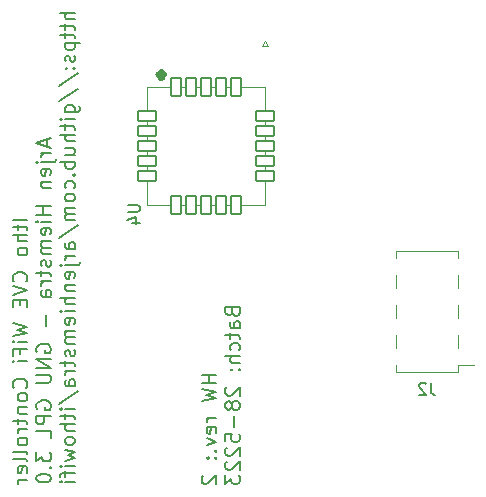
<source format=gbo>
G04 #@! TF.GenerationSoftware,KiCad,Pcbnew,7.0.9*
G04 #@! TF.CreationDate,2023-12-30T12:31:20+01:00*
G04 #@! TF.ProjectId,ithowifi_4l,6974686f-7769-4666-995f-346c2e6b6963,rev?*
G04 #@! TF.SameCoordinates,Original*
G04 #@! TF.FileFunction,Legend,Bot*
G04 #@! TF.FilePolarity,Positive*
%FSLAX46Y46*%
G04 Gerber Fmt 4.6, Leading zero omitted, Abs format (unit mm)*
G04 Created by KiCad (PCBNEW 7.0.9) date 2023-12-30 12:31:20*
%MOMM*%
%LPD*%
G01*
G04 APERTURE LIST*
G04 Aperture macros list*
%AMRoundRect*
0 Rectangle with rounded corners*
0 $1 Rounding radius*
0 $2 $3 $4 $5 $6 $7 $8 $9 X,Y pos of 4 corners*
0 Add a 4 corners polygon primitive as box body*
4,1,4,$2,$3,$4,$5,$6,$7,$8,$9,$2,$3,0*
0 Add four circle primitives for the rounded corners*
1,1,$1+$1,$2,$3*
1,1,$1+$1,$4,$5*
1,1,$1+$1,$6,$7*
1,1,$1+$1,$8,$9*
0 Add four rect primitives between the rounded corners*
20,1,$1+$1,$2,$3,$4,$5,0*
20,1,$1+$1,$4,$5,$6,$7,0*
20,1,$1+$1,$6,$7,$8,$9,0*
20,1,$1+$1,$8,$9,$2,$3,0*%
G04 Aperture macros list end*
%ADD10C,0.200000*%
%ADD11C,0.150000*%
%ADD12C,0.120000*%
%ADD13C,0.100000*%
%ADD14C,0.635000*%
%ADD15R,1.700000X1.700000*%
%ADD16O,1.700000X1.700000*%
%ADD17C,3.200000*%
%ADD18C,0.990600*%
%ADD19C,2.000000*%
%ADD20R,3.000000X1.000000*%
%ADD21R,1.500000X5.080000*%
%ADD22RoundRect,0.101600X-0.400000X0.750000X-0.400000X-0.750000X0.400000X-0.750000X0.400000X0.750000X0*%
%ADD23RoundRect,0.101600X0.400000X0.750000X-0.400000X0.750000X-0.400000X-0.750000X0.400000X-0.750000X0*%
%ADD24RoundRect,0.101600X0.750000X0.400000X-0.750000X0.400000X-0.750000X-0.400000X0.750000X-0.400000X0*%
%ADD25RoundRect,0.101600X-0.750000X-0.400000X0.750000X-0.400000X0.750000X0.400000X-0.750000X0.400000X0*%
%ADD26RoundRect,0.101600X-0.750000X0.400000X-0.750000X-0.400000X0.750000X-0.400000X0.750000X0.400000X0*%
G04 APERTURE END LIST*
D10*
X86951963Y-126225092D02*
X85705963Y-126225092D01*
X86121296Y-126640425D02*
X86121296Y-127115092D01*
X85705963Y-126818425D02*
X86773963Y-126818425D01*
X86773963Y-126818425D02*
X86892630Y-126877759D01*
X86892630Y-126877759D02*
X86951963Y-126996425D01*
X86951963Y-126996425D02*
X86951963Y-127115092D01*
X86951963Y-127530425D02*
X85705963Y-127530425D01*
X86951963Y-128064425D02*
X86299296Y-128064425D01*
X86299296Y-128064425D02*
X86180630Y-128005092D01*
X86180630Y-128005092D02*
X86121296Y-127886425D01*
X86121296Y-127886425D02*
X86121296Y-127708425D01*
X86121296Y-127708425D02*
X86180630Y-127589759D01*
X86180630Y-127589759D02*
X86239963Y-127530425D01*
X86951963Y-128835758D02*
X86892630Y-128717092D01*
X86892630Y-128717092D02*
X86833296Y-128657758D01*
X86833296Y-128657758D02*
X86714630Y-128598425D01*
X86714630Y-128598425D02*
X86358630Y-128598425D01*
X86358630Y-128598425D02*
X86239963Y-128657758D01*
X86239963Y-128657758D02*
X86180630Y-128717092D01*
X86180630Y-128717092D02*
X86121296Y-128835758D01*
X86121296Y-128835758D02*
X86121296Y-129013758D01*
X86121296Y-129013758D02*
X86180630Y-129132425D01*
X86180630Y-129132425D02*
X86239963Y-129191758D01*
X86239963Y-129191758D02*
X86358630Y-129251092D01*
X86358630Y-129251092D02*
X86714630Y-129251092D01*
X86714630Y-129251092D02*
X86833296Y-129191758D01*
X86833296Y-129191758D02*
X86892630Y-129132425D01*
X86892630Y-129132425D02*
X86951963Y-129013758D01*
X86951963Y-129013758D02*
X86951963Y-128835758D01*
X86833296Y-131446424D02*
X86892630Y-131387091D01*
X86892630Y-131387091D02*
X86951963Y-131209091D01*
X86951963Y-131209091D02*
X86951963Y-131090424D01*
X86951963Y-131090424D02*
X86892630Y-130912424D01*
X86892630Y-130912424D02*
X86773963Y-130793758D01*
X86773963Y-130793758D02*
X86655296Y-130734424D01*
X86655296Y-130734424D02*
X86417963Y-130675091D01*
X86417963Y-130675091D02*
X86239963Y-130675091D01*
X86239963Y-130675091D02*
X86002630Y-130734424D01*
X86002630Y-130734424D02*
X85883963Y-130793758D01*
X85883963Y-130793758D02*
X85765296Y-130912424D01*
X85765296Y-130912424D02*
X85705963Y-131090424D01*
X85705963Y-131090424D02*
X85705963Y-131209091D01*
X85705963Y-131209091D02*
X85765296Y-131387091D01*
X85765296Y-131387091D02*
X85824630Y-131446424D01*
X85705963Y-131802424D02*
X86951963Y-132217758D01*
X86951963Y-132217758D02*
X85705963Y-132633091D01*
X86299296Y-133048424D02*
X86299296Y-133463758D01*
X86951963Y-133641758D02*
X86951963Y-133048424D01*
X86951963Y-133048424D02*
X85705963Y-133048424D01*
X85705963Y-133048424D02*
X85705963Y-133641758D01*
X85705963Y-135006424D02*
X86951963Y-135303090D01*
X86951963Y-135303090D02*
X86061963Y-135540424D01*
X86061963Y-135540424D02*
X86951963Y-135777757D01*
X86951963Y-135777757D02*
X85705963Y-136074424D01*
X86951963Y-136549090D02*
X86121296Y-136549090D01*
X85705963Y-136549090D02*
X85765296Y-136489757D01*
X85765296Y-136489757D02*
X85824630Y-136549090D01*
X85824630Y-136549090D02*
X85765296Y-136608424D01*
X85765296Y-136608424D02*
X85705963Y-136549090D01*
X85705963Y-136549090D02*
X85824630Y-136549090D01*
X86299296Y-137557757D02*
X86299296Y-137142423D01*
X86951963Y-137142423D02*
X85705963Y-137142423D01*
X85705963Y-137142423D02*
X85705963Y-137735757D01*
X86951963Y-138210423D02*
X86121296Y-138210423D01*
X85705963Y-138210423D02*
X85765296Y-138151090D01*
X85765296Y-138151090D02*
X85824630Y-138210423D01*
X85824630Y-138210423D02*
X85765296Y-138269757D01*
X85765296Y-138269757D02*
X85705963Y-138210423D01*
X85705963Y-138210423D02*
X85824630Y-138210423D01*
X86833296Y-140465089D02*
X86892630Y-140405756D01*
X86892630Y-140405756D02*
X86951963Y-140227756D01*
X86951963Y-140227756D02*
X86951963Y-140109089D01*
X86951963Y-140109089D02*
X86892630Y-139931089D01*
X86892630Y-139931089D02*
X86773963Y-139812423D01*
X86773963Y-139812423D02*
X86655296Y-139753089D01*
X86655296Y-139753089D02*
X86417963Y-139693756D01*
X86417963Y-139693756D02*
X86239963Y-139693756D01*
X86239963Y-139693756D02*
X86002630Y-139753089D01*
X86002630Y-139753089D02*
X85883963Y-139812423D01*
X85883963Y-139812423D02*
X85765296Y-139931089D01*
X85765296Y-139931089D02*
X85705963Y-140109089D01*
X85705963Y-140109089D02*
X85705963Y-140227756D01*
X85705963Y-140227756D02*
X85765296Y-140405756D01*
X85765296Y-140405756D02*
X85824630Y-140465089D01*
X86951963Y-141177089D02*
X86892630Y-141058423D01*
X86892630Y-141058423D02*
X86833296Y-140999089D01*
X86833296Y-140999089D02*
X86714630Y-140939756D01*
X86714630Y-140939756D02*
X86358630Y-140939756D01*
X86358630Y-140939756D02*
X86239963Y-140999089D01*
X86239963Y-140999089D02*
X86180630Y-141058423D01*
X86180630Y-141058423D02*
X86121296Y-141177089D01*
X86121296Y-141177089D02*
X86121296Y-141355089D01*
X86121296Y-141355089D02*
X86180630Y-141473756D01*
X86180630Y-141473756D02*
X86239963Y-141533089D01*
X86239963Y-141533089D02*
X86358630Y-141592423D01*
X86358630Y-141592423D02*
X86714630Y-141592423D01*
X86714630Y-141592423D02*
X86833296Y-141533089D01*
X86833296Y-141533089D02*
X86892630Y-141473756D01*
X86892630Y-141473756D02*
X86951963Y-141355089D01*
X86951963Y-141355089D02*
X86951963Y-141177089D01*
X86121296Y-142126422D02*
X86951963Y-142126422D01*
X86239963Y-142126422D02*
X86180630Y-142185756D01*
X86180630Y-142185756D02*
X86121296Y-142304422D01*
X86121296Y-142304422D02*
X86121296Y-142482422D01*
X86121296Y-142482422D02*
X86180630Y-142601089D01*
X86180630Y-142601089D02*
X86299296Y-142660422D01*
X86299296Y-142660422D02*
X86951963Y-142660422D01*
X86121296Y-143075755D02*
X86121296Y-143550422D01*
X85705963Y-143253755D02*
X86773963Y-143253755D01*
X86773963Y-143253755D02*
X86892630Y-143313089D01*
X86892630Y-143313089D02*
X86951963Y-143431755D01*
X86951963Y-143431755D02*
X86951963Y-143550422D01*
X86951963Y-143965755D02*
X86121296Y-143965755D01*
X86358630Y-143965755D02*
X86239963Y-144025089D01*
X86239963Y-144025089D02*
X86180630Y-144084422D01*
X86180630Y-144084422D02*
X86121296Y-144203089D01*
X86121296Y-144203089D02*
X86121296Y-144321755D01*
X86951963Y-144915088D02*
X86892630Y-144796422D01*
X86892630Y-144796422D02*
X86833296Y-144737088D01*
X86833296Y-144737088D02*
X86714630Y-144677755D01*
X86714630Y-144677755D02*
X86358630Y-144677755D01*
X86358630Y-144677755D02*
X86239963Y-144737088D01*
X86239963Y-144737088D02*
X86180630Y-144796422D01*
X86180630Y-144796422D02*
X86121296Y-144915088D01*
X86121296Y-144915088D02*
X86121296Y-145093088D01*
X86121296Y-145093088D02*
X86180630Y-145211755D01*
X86180630Y-145211755D02*
X86239963Y-145271088D01*
X86239963Y-145271088D02*
X86358630Y-145330422D01*
X86358630Y-145330422D02*
X86714630Y-145330422D01*
X86714630Y-145330422D02*
X86833296Y-145271088D01*
X86833296Y-145271088D02*
X86892630Y-145211755D01*
X86892630Y-145211755D02*
X86951963Y-145093088D01*
X86951963Y-145093088D02*
X86951963Y-144915088D01*
X86951963Y-146042421D02*
X86892630Y-145923755D01*
X86892630Y-145923755D02*
X86773963Y-145864421D01*
X86773963Y-145864421D02*
X85705963Y-145864421D01*
X86951963Y-146695088D02*
X86892630Y-146576422D01*
X86892630Y-146576422D02*
X86773963Y-146517088D01*
X86773963Y-146517088D02*
X85705963Y-146517088D01*
X86892630Y-147644422D02*
X86951963Y-147525755D01*
X86951963Y-147525755D02*
X86951963Y-147288422D01*
X86951963Y-147288422D02*
X86892630Y-147169755D01*
X86892630Y-147169755D02*
X86773963Y-147110422D01*
X86773963Y-147110422D02*
X86299296Y-147110422D01*
X86299296Y-147110422D02*
X86180630Y-147169755D01*
X86180630Y-147169755D02*
X86121296Y-147288422D01*
X86121296Y-147288422D02*
X86121296Y-147525755D01*
X86121296Y-147525755D02*
X86180630Y-147644422D01*
X86180630Y-147644422D02*
X86299296Y-147703755D01*
X86299296Y-147703755D02*
X86417963Y-147703755D01*
X86417963Y-147703755D02*
X86536630Y-147110422D01*
X86951963Y-148237755D02*
X86121296Y-148237755D01*
X86358630Y-148237755D02*
X86239963Y-148297089D01*
X86239963Y-148297089D02*
X86180630Y-148356422D01*
X86180630Y-148356422D02*
X86121296Y-148475089D01*
X86121296Y-148475089D02*
X86121296Y-148593755D01*
X88602023Y-119461092D02*
X88602023Y-120054425D01*
X88958023Y-119342425D02*
X87712023Y-119757759D01*
X87712023Y-119757759D02*
X88958023Y-120173092D01*
X88958023Y-120588425D02*
X88127356Y-120588425D01*
X88364690Y-120588425D02*
X88246023Y-120647759D01*
X88246023Y-120647759D02*
X88186690Y-120707092D01*
X88186690Y-120707092D02*
X88127356Y-120825759D01*
X88127356Y-120825759D02*
X88127356Y-120944425D01*
X88127356Y-121359758D02*
X89195356Y-121359758D01*
X89195356Y-121359758D02*
X89314023Y-121300425D01*
X89314023Y-121300425D02*
X89373356Y-121181758D01*
X89373356Y-121181758D02*
X89373356Y-121122425D01*
X87712023Y-121359758D02*
X87771356Y-121300425D01*
X87771356Y-121300425D02*
X87830690Y-121359758D01*
X87830690Y-121359758D02*
X87771356Y-121419092D01*
X87771356Y-121419092D02*
X87712023Y-121359758D01*
X87712023Y-121359758D02*
X87830690Y-121359758D01*
X88898690Y-122427758D02*
X88958023Y-122309091D01*
X88958023Y-122309091D02*
X88958023Y-122071758D01*
X88958023Y-122071758D02*
X88898690Y-121953091D01*
X88898690Y-121953091D02*
X88780023Y-121893758D01*
X88780023Y-121893758D02*
X88305356Y-121893758D01*
X88305356Y-121893758D02*
X88186690Y-121953091D01*
X88186690Y-121953091D02*
X88127356Y-122071758D01*
X88127356Y-122071758D02*
X88127356Y-122309091D01*
X88127356Y-122309091D02*
X88186690Y-122427758D01*
X88186690Y-122427758D02*
X88305356Y-122487091D01*
X88305356Y-122487091D02*
X88424023Y-122487091D01*
X88424023Y-122487091D02*
X88542690Y-121893758D01*
X88127356Y-123021091D02*
X88958023Y-123021091D01*
X88246023Y-123021091D02*
X88186690Y-123080425D01*
X88186690Y-123080425D02*
X88127356Y-123199091D01*
X88127356Y-123199091D02*
X88127356Y-123377091D01*
X88127356Y-123377091D02*
X88186690Y-123495758D01*
X88186690Y-123495758D02*
X88305356Y-123555091D01*
X88305356Y-123555091D02*
X88958023Y-123555091D01*
X88958023Y-125097757D02*
X87712023Y-125097757D01*
X88305356Y-125097757D02*
X88305356Y-125809757D01*
X88958023Y-125809757D02*
X87712023Y-125809757D01*
X88958023Y-126403090D02*
X88127356Y-126403090D01*
X87712023Y-126403090D02*
X87771356Y-126343757D01*
X87771356Y-126343757D02*
X87830690Y-126403090D01*
X87830690Y-126403090D02*
X87771356Y-126462424D01*
X87771356Y-126462424D02*
X87712023Y-126403090D01*
X87712023Y-126403090D02*
X87830690Y-126403090D01*
X88898690Y-127471090D02*
X88958023Y-127352423D01*
X88958023Y-127352423D02*
X88958023Y-127115090D01*
X88958023Y-127115090D02*
X88898690Y-126996423D01*
X88898690Y-126996423D02*
X88780023Y-126937090D01*
X88780023Y-126937090D02*
X88305356Y-126937090D01*
X88305356Y-126937090D02*
X88186690Y-126996423D01*
X88186690Y-126996423D02*
X88127356Y-127115090D01*
X88127356Y-127115090D02*
X88127356Y-127352423D01*
X88127356Y-127352423D02*
X88186690Y-127471090D01*
X88186690Y-127471090D02*
X88305356Y-127530423D01*
X88305356Y-127530423D02*
X88424023Y-127530423D01*
X88424023Y-127530423D02*
X88542690Y-126937090D01*
X88958023Y-128064423D02*
X88127356Y-128064423D01*
X88246023Y-128064423D02*
X88186690Y-128123757D01*
X88186690Y-128123757D02*
X88127356Y-128242423D01*
X88127356Y-128242423D02*
X88127356Y-128420423D01*
X88127356Y-128420423D02*
X88186690Y-128539090D01*
X88186690Y-128539090D02*
X88305356Y-128598423D01*
X88305356Y-128598423D02*
X88958023Y-128598423D01*
X88305356Y-128598423D02*
X88186690Y-128657757D01*
X88186690Y-128657757D02*
X88127356Y-128776423D01*
X88127356Y-128776423D02*
X88127356Y-128954423D01*
X88127356Y-128954423D02*
X88186690Y-129073090D01*
X88186690Y-129073090D02*
X88305356Y-129132423D01*
X88305356Y-129132423D02*
X88958023Y-129132423D01*
X88898690Y-129666423D02*
X88958023Y-129785090D01*
X88958023Y-129785090D02*
X88958023Y-130022423D01*
X88958023Y-130022423D02*
X88898690Y-130141090D01*
X88898690Y-130141090D02*
X88780023Y-130200423D01*
X88780023Y-130200423D02*
X88720690Y-130200423D01*
X88720690Y-130200423D02*
X88602023Y-130141090D01*
X88602023Y-130141090D02*
X88542690Y-130022423D01*
X88542690Y-130022423D02*
X88542690Y-129844423D01*
X88542690Y-129844423D02*
X88483356Y-129725756D01*
X88483356Y-129725756D02*
X88364690Y-129666423D01*
X88364690Y-129666423D02*
X88305356Y-129666423D01*
X88305356Y-129666423D02*
X88186690Y-129725756D01*
X88186690Y-129725756D02*
X88127356Y-129844423D01*
X88127356Y-129844423D02*
X88127356Y-130022423D01*
X88127356Y-130022423D02*
X88186690Y-130141090D01*
X88127356Y-130556423D02*
X88127356Y-131031090D01*
X87712023Y-130734423D02*
X88780023Y-130734423D01*
X88780023Y-130734423D02*
X88898690Y-130793757D01*
X88898690Y-130793757D02*
X88958023Y-130912423D01*
X88958023Y-130912423D02*
X88958023Y-131031090D01*
X88958023Y-131446423D02*
X88127356Y-131446423D01*
X88364690Y-131446423D02*
X88246023Y-131505757D01*
X88246023Y-131505757D02*
X88186690Y-131565090D01*
X88186690Y-131565090D02*
X88127356Y-131683757D01*
X88127356Y-131683757D02*
X88127356Y-131802423D01*
X88958023Y-132751756D02*
X88305356Y-132751756D01*
X88305356Y-132751756D02*
X88186690Y-132692423D01*
X88186690Y-132692423D02*
X88127356Y-132573756D01*
X88127356Y-132573756D02*
X88127356Y-132336423D01*
X88127356Y-132336423D02*
X88186690Y-132217756D01*
X88898690Y-132751756D02*
X88958023Y-132633090D01*
X88958023Y-132633090D02*
X88958023Y-132336423D01*
X88958023Y-132336423D02*
X88898690Y-132217756D01*
X88898690Y-132217756D02*
X88780023Y-132158423D01*
X88780023Y-132158423D02*
X88661356Y-132158423D01*
X88661356Y-132158423D02*
X88542690Y-132217756D01*
X88542690Y-132217756D02*
X88483356Y-132336423D01*
X88483356Y-132336423D02*
X88483356Y-132633090D01*
X88483356Y-132633090D02*
X88424023Y-132751756D01*
X88483356Y-134294422D02*
X88483356Y-135243756D01*
X87771356Y-137439089D02*
X87712023Y-137320422D01*
X87712023Y-137320422D02*
X87712023Y-137142422D01*
X87712023Y-137142422D02*
X87771356Y-136964422D01*
X87771356Y-136964422D02*
X87890023Y-136845756D01*
X87890023Y-136845756D02*
X88008690Y-136786422D01*
X88008690Y-136786422D02*
X88246023Y-136727089D01*
X88246023Y-136727089D02*
X88424023Y-136727089D01*
X88424023Y-136727089D02*
X88661356Y-136786422D01*
X88661356Y-136786422D02*
X88780023Y-136845756D01*
X88780023Y-136845756D02*
X88898690Y-136964422D01*
X88898690Y-136964422D02*
X88958023Y-137142422D01*
X88958023Y-137142422D02*
X88958023Y-137261089D01*
X88958023Y-137261089D02*
X88898690Y-137439089D01*
X88898690Y-137439089D02*
X88839356Y-137498422D01*
X88839356Y-137498422D02*
X88424023Y-137498422D01*
X88424023Y-137498422D02*
X88424023Y-137261089D01*
X88958023Y-138032422D02*
X87712023Y-138032422D01*
X87712023Y-138032422D02*
X88958023Y-138744422D01*
X88958023Y-138744422D02*
X87712023Y-138744422D01*
X87712023Y-139337755D02*
X88720690Y-139337755D01*
X88720690Y-139337755D02*
X88839356Y-139397089D01*
X88839356Y-139397089D02*
X88898690Y-139456422D01*
X88898690Y-139456422D02*
X88958023Y-139575089D01*
X88958023Y-139575089D02*
X88958023Y-139812422D01*
X88958023Y-139812422D02*
X88898690Y-139931089D01*
X88898690Y-139931089D02*
X88839356Y-139990422D01*
X88839356Y-139990422D02*
X88720690Y-140049755D01*
X88720690Y-140049755D02*
X87712023Y-140049755D01*
X87771356Y-142245088D02*
X87712023Y-142126421D01*
X87712023Y-142126421D02*
X87712023Y-141948421D01*
X87712023Y-141948421D02*
X87771356Y-141770421D01*
X87771356Y-141770421D02*
X87890023Y-141651755D01*
X87890023Y-141651755D02*
X88008690Y-141592421D01*
X88008690Y-141592421D02*
X88246023Y-141533088D01*
X88246023Y-141533088D02*
X88424023Y-141533088D01*
X88424023Y-141533088D02*
X88661356Y-141592421D01*
X88661356Y-141592421D02*
X88780023Y-141651755D01*
X88780023Y-141651755D02*
X88898690Y-141770421D01*
X88898690Y-141770421D02*
X88958023Y-141948421D01*
X88958023Y-141948421D02*
X88958023Y-142067088D01*
X88958023Y-142067088D02*
X88898690Y-142245088D01*
X88898690Y-142245088D02*
X88839356Y-142304421D01*
X88839356Y-142304421D02*
X88424023Y-142304421D01*
X88424023Y-142304421D02*
X88424023Y-142067088D01*
X88958023Y-142838421D02*
X87712023Y-142838421D01*
X87712023Y-142838421D02*
X87712023Y-143313088D01*
X87712023Y-143313088D02*
X87771356Y-143431755D01*
X87771356Y-143431755D02*
X87830690Y-143491088D01*
X87830690Y-143491088D02*
X87949356Y-143550421D01*
X87949356Y-143550421D02*
X88127356Y-143550421D01*
X88127356Y-143550421D02*
X88246023Y-143491088D01*
X88246023Y-143491088D02*
X88305356Y-143431755D01*
X88305356Y-143431755D02*
X88364690Y-143313088D01*
X88364690Y-143313088D02*
X88364690Y-142838421D01*
X88958023Y-144677755D02*
X88958023Y-144084421D01*
X88958023Y-144084421D02*
X87712023Y-144084421D01*
X87712023Y-145923755D02*
X87712023Y-146695088D01*
X87712023Y-146695088D02*
X88186690Y-146279755D01*
X88186690Y-146279755D02*
X88186690Y-146457755D01*
X88186690Y-146457755D02*
X88246023Y-146576421D01*
X88246023Y-146576421D02*
X88305356Y-146635755D01*
X88305356Y-146635755D02*
X88424023Y-146695088D01*
X88424023Y-146695088D02*
X88720690Y-146695088D01*
X88720690Y-146695088D02*
X88839356Y-146635755D01*
X88839356Y-146635755D02*
X88898690Y-146576421D01*
X88898690Y-146576421D02*
X88958023Y-146457755D01*
X88958023Y-146457755D02*
X88958023Y-146101755D01*
X88958023Y-146101755D02*
X88898690Y-145983088D01*
X88898690Y-145983088D02*
X88839356Y-145923755D01*
X88839356Y-147229088D02*
X88898690Y-147288422D01*
X88898690Y-147288422D02*
X88958023Y-147229088D01*
X88958023Y-147229088D02*
X88898690Y-147169755D01*
X88898690Y-147169755D02*
X88839356Y-147229088D01*
X88839356Y-147229088D02*
X88958023Y-147229088D01*
X87712023Y-148059755D02*
X87712023Y-148178421D01*
X87712023Y-148178421D02*
X87771356Y-148297088D01*
X87771356Y-148297088D02*
X87830690Y-148356421D01*
X87830690Y-148356421D02*
X87949356Y-148415755D01*
X87949356Y-148415755D02*
X88186690Y-148475088D01*
X88186690Y-148475088D02*
X88483356Y-148475088D01*
X88483356Y-148475088D02*
X88720690Y-148415755D01*
X88720690Y-148415755D02*
X88839356Y-148356421D01*
X88839356Y-148356421D02*
X88898690Y-148297088D01*
X88898690Y-148297088D02*
X88958023Y-148178421D01*
X88958023Y-148178421D02*
X88958023Y-148059755D01*
X88958023Y-148059755D02*
X88898690Y-147941088D01*
X88898690Y-147941088D02*
X88839356Y-147881755D01*
X88839356Y-147881755D02*
X88720690Y-147822421D01*
X88720690Y-147822421D02*
X88483356Y-147763088D01*
X88483356Y-147763088D02*
X88186690Y-147763088D01*
X88186690Y-147763088D02*
X87949356Y-147822421D01*
X87949356Y-147822421D02*
X87830690Y-147881755D01*
X87830690Y-147881755D02*
X87771356Y-147941088D01*
X87771356Y-147941088D02*
X87712023Y-148059755D01*
X90964083Y-108721764D02*
X89718083Y-108721764D01*
X90964083Y-109255764D02*
X90311416Y-109255764D01*
X90311416Y-109255764D02*
X90192750Y-109196431D01*
X90192750Y-109196431D02*
X90133416Y-109077764D01*
X90133416Y-109077764D02*
X90133416Y-108899764D01*
X90133416Y-108899764D02*
X90192750Y-108781098D01*
X90192750Y-108781098D02*
X90252083Y-108721764D01*
X90133416Y-109671097D02*
X90133416Y-110145764D01*
X89718083Y-109849097D02*
X90786083Y-109849097D01*
X90786083Y-109849097D02*
X90904750Y-109908431D01*
X90904750Y-109908431D02*
X90964083Y-110027097D01*
X90964083Y-110027097D02*
X90964083Y-110145764D01*
X90133416Y-110383097D02*
X90133416Y-110857764D01*
X89718083Y-110561097D02*
X90786083Y-110561097D01*
X90786083Y-110561097D02*
X90904750Y-110620431D01*
X90904750Y-110620431D02*
X90964083Y-110739097D01*
X90964083Y-110739097D02*
X90964083Y-110857764D01*
X90133416Y-111273097D02*
X91379416Y-111273097D01*
X90192750Y-111273097D02*
X90133416Y-111391764D01*
X90133416Y-111391764D02*
X90133416Y-111629097D01*
X90133416Y-111629097D02*
X90192750Y-111747764D01*
X90192750Y-111747764D02*
X90252083Y-111807097D01*
X90252083Y-111807097D02*
X90370750Y-111866431D01*
X90370750Y-111866431D02*
X90726750Y-111866431D01*
X90726750Y-111866431D02*
X90845416Y-111807097D01*
X90845416Y-111807097D02*
X90904750Y-111747764D01*
X90904750Y-111747764D02*
X90964083Y-111629097D01*
X90964083Y-111629097D02*
X90964083Y-111391764D01*
X90964083Y-111391764D02*
X90904750Y-111273097D01*
X90904750Y-112341097D02*
X90964083Y-112459764D01*
X90964083Y-112459764D02*
X90964083Y-112697097D01*
X90964083Y-112697097D02*
X90904750Y-112815764D01*
X90904750Y-112815764D02*
X90786083Y-112875097D01*
X90786083Y-112875097D02*
X90726750Y-112875097D01*
X90726750Y-112875097D02*
X90608083Y-112815764D01*
X90608083Y-112815764D02*
X90548750Y-112697097D01*
X90548750Y-112697097D02*
X90548750Y-112519097D01*
X90548750Y-112519097D02*
X90489416Y-112400430D01*
X90489416Y-112400430D02*
X90370750Y-112341097D01*
X90370750Y-112341097D02*
X90311416Y-112341097D01*
X90311416Y-112341097D02*
X90192750Y-112400430D01*
X90192750Y-112400430D02*
X90133416Y-112519097D01*
X90133416Y-112519097D02*
X90133416Y-112697097D01*
X90133416Y-112697097D02*
X90192750Y-112815764D01*
X90845416Y-113409097D02*
X90904750Y-113468431D01*
X90904750Y-113468431D02*
X90964083Y-113409097D01*
X90964083Y-113409097D02*
X90904750Y-113349764D01*
X90904750Y-113349764D02*
X90845416Y-113409097D01*
X90845416Y-113409097D02*
X90964083Y-113409097D01*
X90192750Y-113409097D02*
X90252083Y-113468431D01*
X90252083Y-113468431D02*
X90311416Y-113409097D01*
X90311416Y-113409097D02*
X90252083Y-113349764D01*
X90252083Y-113349764D02*
X90192750Y-113409097D01*
X90192750Y-113409097D02*
X90311416Y-113409097D01*
X89658750Y-114892430D02*
X91260750Y-113824430D01*
X89658750Y-116197763D02*
X91260750Y-115129763D01*
X90133416Y-117147096D02*
X91142083Y-117147096D01*
X91142083Y-117147096D02*
X91260750Y-117087763D01*
X91260750Y-117087763D02*
X91320083Y-117028430D01*
X91320083Y-117028430D02*
X91379416Y-116909763D01*
X91379416Y-116909763D02*
X91379416Y-116731763D01*
X91379416Y-116731763D02*
X91320083Y-116613096D01*
X90904750Y-117147096D02*
X90964083Y-117028430D01*
X90964083Y-117028430D02*
X90964083Y-116791096D01*
X90964083Y-116791096D02*
X90904750Y-116672430D01*
X90904750Y-116672430D02*
X90845416Y-116613096D01*
X90845416Y-116613096D02*
X90726750Y-116553763D01*
X90726750Y-116553763D02*
X90370750Y-116553763D01*
X90370750Y-116553763D02*
X90252083Y-116613096D01*
X90252083Y-116613096D02*
X90192750Y-116672430D01*
X90192750Y-116672430D02*
X90133416Y-116791096D01*
X90133416Y-116791096D02*
X90133416Y-117028430D01*
X90133416Y-117028430D02*
X90192750Y-117147096D01*
X90964083Y-117740429D02*
X90133416Y-117740429D01*
X89718083Y-117740429D02*
X89777416Y-117681096D01*
X89777416Y-117681096D02*
X89836750Y-117740429D01*
X89836750Y-117740429D02*
X89777416Y-117799763D01*
X89777416Y-117799763D02*
X89718083Y-117740429D01*
X89718083Y-117740429D02*
X89836750Y-117740429D01*
X90133416Y-118155762D02*
X90133416Y-118630429D01*
X89718083Y-118333762D02*
X90786083Y-118333762D01*
X90786083Y-118333762D02*
X90904750Y-118393096D01*
X90904750Y-118393096D02*
X90964083Y-118511762D01*
X90964083Y-118511762D02*
X90964083Y-118630429D01*
X90964083Y-119045762D02*
X89718083Y-119045762D01*
X90964083Y-119579762D02*
X90311416Y-119579762D01*
X90311416Y-119579762D02*
X90192750Y-119520429D01*
X90192750Y-119520429D02*
X90133416Y-119401762D01*
X90133416Y-119401762D02*
X90133416Y-119223762D01*
X90133416Y-119223762D02*
X90192750Y-119105096D01*
X90192750Y-119105096D02*
X90252083Y-119045762D01*
X90133416Y-120707095D02*
X90964083Y-120707095D01*
X90133416Y-120173095D02*
X90786083Y-120173095D01*
X90786083Y-120173095D02*
X90904750Y-120232429D01*
X90904750Y-120232429D02*
X90964083Y-120351095D01*
X90964083Y-120351095D02*
X90964083Y-120529095D01*
X90964083Y-120529095D02*
X90904750Y-120647762D01*
X90904750Y-120647762D02*
X90845416Y-120707095D01*
X90964083Y-121300428D02*
X89718083Y-121300428D01*
X90192750Y-121300428D02*
X90133416Y-121419095D01*
X90133416Y-121419095D02*
X90133416Y-121656428D01*
X90133416Y-121656428D02*
X90192750Y-121775095D01*
X90192750Y-121775095D02*
X90252083Y-121834428D01*
X90252083Y-121834428D02*
X90370750Y-121893762D01*
X90370750Y-121893762D02*
X90726750Y-121893762D01*
X90726750Y-121893762D02*
X90845416Y-121834428D01*
X90845416Y-121834428D02*
X90904750Y-121775095D01*
X90904750Y-121775095D02*
X90964083Y-121656428D01*
X90964083Y-121656428D02*
X90964083Y-121419095D01*
X90964083Y-121419095D02*
X90904750Y-121300428D01*
X90845416Y-122427761D02*
X90904750Y-122487095D01*
X90904750Y-122487095D02*
X90964083Y-122427761D01*
X90964083Y-122427761D02*
X90904750Y-122368428D01*
X90904750Y-122368428D02*
X90845416Y-122427761D01*
X90845416Y-122427761D02*
X90964083Y-122427761D01*
X90904750Y-123555094D02*
X90964083Y-123436428D01*
X90964083Y-123436428D02*
X90964083Y-123199094D01*
X90964083Y-123199094D02*
X90904750Y-123080428D01*
X90904750Y-123080428D02*
X90845416Y-123021094D01*
X90845416Y-123021094D02*
X90726750Y-122961761D01*
X90726750Y-122961761D02*
X90370750Y-122961761D01*
X90370750Y-122961761D02*
X90252083Y-123021094D01*
X90252083Y-123021094D02*
X90192750Y-123080428D01*
X90192750Y-123080428D02*
X90133416Y-123199094D01*
X90133416Y-123199094D02*
X90133416Y-123436428D01*
X90133416Y-123436428D02*
X90192750Y-123555094D01*
X90964083Y-124267094D02*
X90904750Y-124148428D01*
X90904750Y-124148428D02*
X90845416Y-124089094D01*
X90845416Y-124089094D02*
X90726750Y-124029761D01*
X90726750Y-124029761D02*
X90370750Y-124029761D01*
X90370750Y-124029761D02*
X90252083Y-124089094D01*
X90252083Y-124089094D02*
X90192750Y-124148428D01*
X90192750Y-124148428D02*
X90133416Y-124267094D01*
X90133416Y-124267094D02*
X90133416Y-124445094D01*
X90133416Y-124445094D02*
X90192750Y-124563761D01*
X90192750Y-124563761D02*
X90252083Y-124623094D01*
X90252083Y-124623094D02*
X90370750Y-124682428D01*
X90370750Y-124682428D02*
X90726750Y-124682428D01*
X90726750Y-124682428D02*
X90845416Y-124623094D01*
X90845416Y-124623094D02*
X90904750Y-124563761D01*
X90904750Y-124563761D02*
X90964083Y-124445094D01*
X90964083Y-124445094D02*
X90964083Y-124267094D01*
X90964083Y-125216427D02*
X90133416Y-125216427D01*
X90252083Y-125216427D02*
X90192750Y-125275761D01*
X90192750Y-125275761D02*
X90133416Y-125394427D01*
X90133416Y-125394427D02*
X90133416Y-125572427D01*
X90133416Y-125572427D02*
X90192750Y-125691094D01*
X90192750Y-125691094D02*
X90311416Y-125750427D01*
X90311416Y-125750427D02*
X90964083Y-125750427D01*
X90311416Y-125750427D02*
X90192750Y-125809761D01*
X90192750Y-125809761D02*
X90133416Y-125928427D01*
X90133416Y-125928427D02*
X90133416Y-126106427D01*
X90133416Y-126106427D02*
X90192750Y-126225094D01*
X90192750Y-126225094D02*
X90311416Y-126284427D01*
X90311416Y-126284427D02*
X90964083Y-126284427D01*
X89658750Y-127767760D02*
X91260750Y-126699760D01*
X90964083Y-128717093D02*
X90311416Y-128717093D01*
X90311416Y-128717093D02*
X90192750Y-128657760D01*
X90192750Y-128657760D02*
X90133416Y-128539093D01*
X90133416Y-128539093D02*
X90133416Y-128301760D01*
X90133416Y-128301760D02*
X90192750Y-128183093D01*
X90904750Y-128717093D02*
X90964083Y-128598427D01*
X90964083Y-128598427D02*
X90964083Y-128301760D01*
X90964083Y-128301760D02*
X90904750Y-128183093D01*
X90904750Y-128183093D02*
X90786083Y-128123760D01*
X90786083Y-128123760D02*
X90667416Y-128123760D01*
X90667416Y-128123760D02*
X90548750Y-128183093D01*
X90548750Y-128183093D02*
X90489416Y-128301760D01*
X90489416Y-128301760D02*
X90489416Y-128598427D01*
X90489416Y-128598427D02*
X90430083Y-128717093D01*
X90964083Y-129310426D02*
X90133416Y-129310426D01*
X90370750Y-129310426D02*
X90252083Y-129369760D01*
X90252083Y-129369760D02*
X90192750Y-129429093D01*
X90192750Y-129429093D02*
X90133416Y-129547760D01*
X90133416Y-129547760D02*
X90133416Y-129666426D01*
X90133416Y-130081759D02*
X91201416Y-130081759D01*
X91201416Y-130081759D02*
X91320083Y-130022426D01*
X91320083Y-130022426D02*
X91379416Y-129903759D01*
X91379416Y-129903759D02*
X91379416Y-129844426D01*
X89718083Y-130081759D02*
X89777416Y-130022426D01*
X89777416Y-130022426D02*
X89836750Y-130081759D01*
X89836750Y-130081759D02*
X89777416Y-130141093D01*
X89777416Y-130141093D02*
X89718083Y-130081759D01*
X89718083Y-130081759D02*
X89836750Y-130081759D01*
X90904750Y-131149759D02*
X90964083Y-131031092D01*
X90964083Y-131031092D02*
X90964083Y-130793759D01*
X90964083Y-130793759D02*
X90904750Y-130675092D01*
X90904750Y-130675092D02*
X90786083Y-130615759D01*
X90786083Y-130615759D02*
X90311416Y-130615759D01*
X90311416Y-130615759D02*
X90192750Y-130675092D01*
X90192750Y-130675092D02*
X90133416Y-130793759D01*
X90133416Y-130793759D02*
X90133416Y-131031092D01*
X90133416Y-131031092D02*
X90192750Y-131149759D01*
X90192750Y-131149759D02*
X90311416Y-131209092D01*
X90311416Y-131209092D02*
X90430083Y-131209092D01*
X90430083Y-131209092D02*
X90548750Y-130615759D01*
X90133416Y-131743092D02*
X90964083Y-131743092D01*
X90252083Y-131743092D02*
X90192750Y-131802426D01*
X90192750Y-131802426D02*
X90133416Y-131921092D01*
X90133416Y-131921092D02*
X90133416Y-132099092D01*
X90133416Y-132099092D02*
X90192750Y-132217759D01*
X90192750Y-132217759D02*
X90311416Y-132277092D01*
X90311416Y-132277092D02*
X90964083Y-132277092D01*
X90964083Y-132870425D02*
X89718083Y-132870425D01*
X90964083Y-133404425D02*
X90311416Y-133404425D01*
X90311416Y-133404425D02*
X90192750Y-133345092D01*
X90192750Y-133345092D02*
X90133416Y-133226425D01*
X90133416Y-133226425D02*
X90133416Y-133048425D01*
X90133416Y-133048425D02*
X90192750Y-132929759D01*
X90192750Y-132929759D02*
X90252083Y-132870425D01*
X90964083Y-133997758D02*
X90133416Y-133997758D01*
X89718083Y-133997758D02*
X89777416Y-133938425D01*
X89777416Y-133938425D02*
X89836750Y-133997758D01*
X89836750Y-133997758D02*
X89777416Y-134057092D01*
X89777416Y-134057092D02*
X89718083Y-133997758D01*
X89718083Y-133997758D02*
X89836750Y-133997758D01*
X90904750Y-135065758D02*
X90964083Y-134947091D01*
X90964083Y-134947091D02*
X90964083Y-134709758D01*
X90964083Y-134709758D02*
X90904750Y-134591091D01*
X90904750Y-134591091D02*
X90786083Y-134531758D01*
X90786083Y-134531758D02*
X90311416Y-134531758D01*
X90311416Y-134531758D02*
X90192750Y-134591091D01*
X90192750Y-134591091D02*
X90133416Y-134709758D01*
X90133416Y-134709758D02*
X90133416Y-134947091D01*
X90133416Y-134947091D02*
X90192750Y-135065758D01*
X90192750Y-135065758D02*
X90311416Y-135125091D01*
X90311416Y-135125091D02*
X90430083Y-135125091D01*
X90430083Y-135125091D02*
X90548750Y-134531758D01*
X90964083Y-135659091D02*
X90133416Y-135659091D01*
X90252083Y-135659091D02*
X90192750Y-135718425D01*
X90192750Y-135718425D02*
X90133416Y-135837091D01*
X90133416Y-135837091D02*
X90133416Y-136015091D01*
X90133416Y-136015091D02*
X90192750Y-136133758D01*
X90192750Y-136133758D02*
X90311416Y-136193091D01*
X90311416Y-136193091D02*
X90964083Y-136193091D01*
X90311416Y-136193091D02*
X90192750Y-136252425D01*
X90192750Y-136252425D02*
X90133416Y-136371091D01*
X90133416Y-136371091D02*
X90133416Y-136549091D01*
X90133416Y-136549091D02*
X90192750Y-136667758D01*
X90192750Y-136667758D02*
X90311416Y-136727091D01*
X90311416Y-136727091D02*
X90964083Y-136727091D01*
X90904750Y-137261091D02*
X90964083Y-137379758D01*
X90964083Y-137379758D02*
X90964083Y-137617091D01*
X90964083Y-137617091D02*
X90904750Y-137735758D01*
X90904750Y-137735758D02*
X90786083Y-137795091D01*
X90786083Y-137795091D02*
X90726750Y-137795091D01*
X90726750Y-137795091D02*
X90608083Y-137735758D01*
X90608083Y-137735758D02*
X90548750Y-137617091D01*
X90548750Y-137617091D02*
X90548750Y-137439091D01*
X90548750Y-137439091D02*
X90489416Y-137320424D01*
X90489416Y-137320424D02*
X90370750Y-137261091D01*
X90370750Y-137261091D02*
X90311416Y-137261091D01*
X90311416Y-137261091D02*
X90192750Y-137320424D01*
X90192750Y-137320424D02*
X90133416Y-137439091D01*
X90133416Y-137439091D02*
X90133416Y-137617091D01*
X90133416Y-137617091D02*
X90192750Y-137735758D01*
X90133416Y-138151091D02*
X90133416Y-138625758D01*
X89718083Y-138329091D02*
X90786083Y-138329091D01*
X90786083Y-138329091D02*
X90904750Y-138388425D01*
X90904750Y-138388425D02*
X90964083Y-138507091D01*
X90964083Y-138507091D02*
X90964083Y-138625758D01*
X90964083Y-139041091D02*
X90133416Y-139041091D01*
X90370750Y-139041091D02*
X90252083Y-139100425D01*
X90252083Y-139100425D02*
X90192750Y-139159758D01*
X90192750Y-139159758D02*
X90133416Y-139278425D01*
X90133416Y-139278425D02*
X90133416Y-139397091D01*
X90964083Y-140346424D02*
X90311416Y-140346424D01*
X90311416Y-140346424D02*
X90192750Y-140287091D01*
X90192750Y-140287091D02*
X90133416Y-140168424D01*
X90133416Y-140168424D02*
X90133416Y-139931091D01*
X90133416Y-139931091D02*
X90192750Y-139812424D01*
X90904750Y-140346424D02*
X90964083Y-140227758D01*
X90964083Y-140227758D02*
X90964083Y-139931091D01*
X90964083Y-139931091D02*
X90904750Y-139812424D01*
X90904750Y-139812424D02*
X90786083Y-139753091D01*
X90786083Y-139753091D02*
X90667416Y-139753091D01*
X90667416Y-139753091D02*
X90548750Y-139812424D01*
X90548750Y-139812424D02*
X90489416Y-139931091D01*
X90489416Y-139931091D02*
X90489416Y-140227758D01*
X90489416Y-140227758D02*
X90430083Y-140346424D01*
X89658750Y-141829757D02*
X91260750Y-140761757D01*
X90964083Y-142245090D02*
X90133416Y-142245090D01*
X89718083Y-142245090D02*
X89777416Y-142185757D01*
X89777416Y-142185757D02*
X89836750Y-142245090D01*
X89836750Y-142245090D02*
X89777416Y-142304424D01*
X89777416Y-142304424D02*
X89718083Y-142245090D01*
X89718083Y-142245090D02*
X89836750Y-142245090D01*
X90133416Y-142660423D02*
X90133416Y-143135090D01*
X89718083Y-142838423D02*
X90786083Y-142838423D01*
X90786083Y-142838423D02*
X90904750Y-142897757D01*
X90904750Y-142897757D02*
X90964083Y-143016423D01*
X90964083Y-143016423D02*
X90964083Y-143135090D01*
X90964083Y-143550423D02*
X89718083Y-143550423D01*
X90964083Y-144084423D02*
X90311416Y-144084423D01*
X90311416Y-144084423D02*
X90192750Y-144025090D01*
X90192750Y-144025090D02*
X90133416Y-143906423D01*
X90133416Y-143906423D02*
X90133416Y-143728423D01*
X90133416Y-143728423D02*
X90192750Y-143609757D01*
X90192750Y-143609757D02*
X90252083Y-143550423D01*
X90964083Y-144855756D02*
X90904750Y-144737090D01*
X90904750Y-144737090D02*
X90845416Y-144677756D01*
X90845416Y-144677756D02*
X90726750Y-144618423D01*
X90726750Y-144618423D02*
X90370750Y-144618423D01*
X90370750Y-144618423D02*
X90252083Y-144677756D01*
X90252083Y-144677756D02*
X90192750Y-144737090D01*
X90192750Y-144737090D02*
X90133416Y-144855756D01*
X90133416Y-144855756D02*
X90133416Y-145033756D01*
X90133416Y-145033756D02*
X90192750Y-145152423D01*
X90192750Y-145152423D02*
X90252083Y-145211756D01*
X90252083Y-145211756D02*
X90370750Y-145271090D01*
X90370750Y-145271090D02*
X90726750Y-145271090D01*
X90726750Y-145271090D02*
X90845416Y-145211756D01*
X90845416Y-145211756D02*
X90904750Y-145152423D01*
X90904750Y-145152423D02*
X90964083Y-145033756D01*
X90964083Y-145033756D02*
X90964083Y-144855756D01*
X90133416Y-145686423D02*
X90964083Y-145923756D01*
X90964083Y-145923756D02*
X90370750Y-146161089D01*
X90370750Y-146161089D02*
X90964083Y-146398423D01*
X90964083Y-146398423D02*
X90133416Y-146635756D01*
X90964083Y-147110422D02*
X90133416Y-147110422D01*
X89718083Y-147110422D02*
X89777416Y-147051089D01*
X89777416Y-147051089D02*
X89836750Y-147110422D01*
X89836750Y-147110422D02*
X89777416Y-147169756D01*
X89777416Y-147169756D02*
X89718083Y-147110422D01*
X89718083Y-147110422D02*
X89836750Y-147110422D01*
X90133416Y-147525755D02*
X90133416Y-148000422D01*
X90964083Y-147703755D02*
X89896083Y-147703755D01*
X89896083Y-147703755D02*
X89777416Y-147763089D01*
X89777416Y-147763089D02*
X89718083Y-147881755D01*
X89718083Y-147881755D02*
X89718083Y-148000422D01*
X90964083Y-148415755D02*
X90133416Y-148415755D01*
X89718083Y-148415755D02*
X89777416Y-148356422D01*
X89777416Y-148356422D02*
X89836750Y-148415755D01*
X89836750Y-148415755D02*
X89777416Y-148475089D01*
X89777416Y-148475089D02*
X89718083Y-148415755D01*
X89718083Y-148415755D02*
X89836750Y-148415755D01*
X102940993Y-139346090D02*
X101694993Y-139346090D01*
X102288326Y-139346090D02*
X102288326Y-140058090D01*
X102940993Y-140058090D02*
X101694993Y-140058090D01*
X101694993Y-140532757D02*
X102940993Y-140829423D01*
X102940993Y-140829423D02*
X102050993Y-141066757D01*
X102050993Y-141066757D02*
X102940993Y-141304090D01*
X102940993Y-141304090D02*
X101694993Y-141600757D01*
X102940993Y-143024756D02*
X102110326Y-143024756D01*
X102347660Y-143024756D02*
X102228993Y-143084090D01*
X102228993Y-143084090D02*
X102169660Y-143143423D01*
X102169660Y-143143423D02*
X102110326Y-143262090D01*
X102110326Y-143262090D02*
X102110326Y-143380756D01*
X102881660Y-144270756D02*
X102940993Y-144152089D01*
X102940993Y-144152089D02*
X102940993Y-143914756D01*
X102940993Y-143914756D02*
X102881660Y-143796089D01*
X102881660Y-143796089D02*
X102762993Y-143736756D01*
X102762993Y-143736756D02*
X102288326Y-143736756D01*
X102288326Y-143736756D02*
X102169660Y-143796089D01*
X102169660Y-143796089D02*
X102110326Y-143914756D01*
X102110326Y-143914756D02*
X102110326Y-144152089D01*
X102110326Y-144152089D02*
X102169660Y-144270756D01*
X102169660Y-144270756D02*
X102288326Y-144330089D01*
X102288326Y-144330089D02*
X102406993Y-144330089D01*
X102406993Y-144330089D02*
X102525660Y-143736756D01*
X102110326Y-144745423D02*
X102940993Y-145042089D01*
X102940993Y-145042089D02*
X102110326Y-145338756D01*
X102822326Y-145813422D02*
X102881660Y-145872756D01*
X102881660Y-145872756D02*
X102940993Y-145813422D01*
X102940993Y-145813422D02*
X102881660Y-145754089D01*
X102881660Y-145754089D02*
X102822326Y-145813422D01*
X102822326Y-145813422D02*
X102940993Y-145813422D01*
X102822326Y-146406755D02*
X102881660Y-146466089D01*
X102881660Y-146466089D02*
X102940993Y-146406755D01*
X102940993Y-146406755D02*
X102881660Y-146347422D01*
X102881660Y-146347422D02*
X102822326Y-146406755D01*
X102822326Y-146406755D02*
X102940993Y-146406755D01*
X102169660Y-146406755D02*
X102228993Y-146466089D01*
X102228993Y-146466089D02*
X102288326Y-146406755D01*
X102288326Y-146406755D02*
X102228993Y-146347422D01*
X102228993Y-146347422D02*
X102169660Y-146406755D01*
X102169660Y-146406755D02*
X102288326Y-146406755D01*
X101813660Y-147890088D02*
X101754326Y-147949421D01*
X101754326Y-147949421D02*
X101694993Y-148068088D01*
X101694993Y-148068088D02*
X101694993Y-148364755D01*
X101694993Y-148364755D02*
X101754326Y-148483421D01*
X101754326Y-148483421D02*
X101813660Y-148542755D01*
X101813660Y-148542755D02*
X101932326Y-148602088D01*
X101932326Y-148602088D02*
X102050993Y-148602088D01*
X102050993Y-148602088D02*
X102228993Y-148542755D01*
X102228993Y-148542755D02*
X102940993Y-147830755D01*
X102940993Y-147830755D02*
X102940993Y-148602088D01*
X104294386Y-134065421D02*
X104353720Y-134243421D01*
X104353720Y-134243421D02*
X104413053Y-134302754D01*
X104413053Y-134302754D02*
X104531720Y-134362087D01*
X104531720Y-134362087D02*
X104709720Y-134362087D01*
X104709720Y-134362087D02*
X104828386Y-134302754D01*
X104828386Y-134302754D02*
X104887720Y-134243421D01*
X104887720Y-134243421D02*
X104947053Y-134124754D01*
X104947053Y-134124754D02*
X104947053Y-133650087D01*
X104947053Y-133650087D02*
X103701053Y-133650087D01*
X103701053Y-133650087D02*
X103701053Y-134065421D01*
X103701053Y-134065421D02*
X103760386Y-134184087D01*
X103760386Y-134184087D02*
X103819720Y-134243421D01*
X103819720Y-134243421D02*
X103938386Y-134302754D01*
X103938386Y-134302754D02*
X104057053Y-134302754D01*
X104057053Y-134302754D02*
X104175720Y-134243421D01*
X104175720Y-134243421D02*
X104235053Y-134184087D01*
X104235053Y-134184087D02*
X104294386Y-134065421D01*
X104294386Y-134065421D02*
X104294386Y-133650087D01*
X104947053Y-135430087D02*
X104294386Y-135430087D01*
X104294386Y-135430087D02*
X104175720Y-135370754D01*
X104175720Y-135370754D02*
X104116386Y-135252087D01*
X104116386Y-135252087D02*
X104116386Y-135014754D01*
X104116386Y-135014754D02*
X104175720Y-134896087D01*
X104887720Y-135430087D02*
X104947053Y-135311421D01*
X104947053Y-135311421D02*
X104947053Y-135014754D01*
X104947053Y-135014754D02*
X104887720Y-134896087D01*
X104887720Y-134896087D02*
X104769053Y-134836754D01*
X104769053Y-134836754D02*
X104650386Y-134836754D01*
X104650386Y-134836754D02*
X104531720Y-134896087D01*
X104531720Y-134896087D02*
X104472386Y-135014754D01*
X104472386Y-135014754D02*
X104472386Y-135311421D01*
X104472386Y-135311421D02*
X104413053Y-135430087D01*
X104116386Y-135845420D02*
X104116386Y-136320087D01*
X103701053Y-136023420D02*
X104769053Y-136023420D01*
X104769053Y-136023420D02*
X104887720Y-136082754D01*
X104887720Y-136082754D02*
X104947053Y-136201420D01*
X104947053Y-136201420D02*
X104947053Y-136320087D01*
X104887720Y-137269420D02*
X104947053Y-137150754D01*
X104947053Y-137150754D02*
X104947053Y-136913420D01*
X104947053Y-136913420D02*
X104887720Y-136794754D01*
X104887720Y-136794754D02*
X104828386Y-136735420D01*
X104828386Y-136735420D02*
X104709720Y-136676087D01*
X104709720Y-136676087D02*
X104353720Y-136676087D01*
X104353720Y-136676087D02*
X104235053Y-136735420D01*
X104235053Y-136735420D02*
X104175720Y-136794754D01*
X104175720Y-136794754D02*
X104116386Y-136913420D01*
X104116386Y-136913420D02*
X104116386Y-137150754D01*
X104116386Y-137150754D02*
X104175720Y-137269420D01*
X104947053Y-137803420D02*
X103701053Y-137803420D01*
X104947053Y-138337420D02*
X104294386Y-138337420D01*
X104294386Y-138337420D02*
X104175720Y-138278087D01*
X104175720Y-138278087D02*
X104116386Y-138159420D01*
X104116386Y-138159420D02*
X104116386Y-137981420D01*
X104116386Y-137981420D02*
X104175720Y-137862754D01*
X104175720Y-137862754D02*
X104235053Y-137803420D01*
X104828386Y-138930753D02*
X104887720Y-138990087D01*
X104887720Y-138990087D02*
X104947053Y-138930753D01*
X104947053Y-138930753D02*
X104887720Y-138871420D01*
X104887720Y-138871420D02*
X104828386Y-138930753D01*
X104828386Y-138930753D02*
X104947053Y-138930753D01*
X104175720Y-138930753D02*
X104235053Y-138990087D01*
X104235053Y-138990087D02*
X104294386Y-138930753D01*
X104294386Y-138930753D02*
X104235053Y-138871420D01*
X104235053Y-138871420D02*
X104175720Y-138930753D01*
X104175720Y-138930753D02*
X104294386Y-138930753D01*
X103819720Y-140414086D02*
X103760386Y-140473419D01*
X103760386Y-140473419D02*
X103701053Y-140592086D01*
X103701053Y-140592086D02*
X103701053Y-140888753D01*
X103701053Y-140888753D02*
X103760386Y-141007419D01*
X103760386Y-141007419D02*
X103819720Y-141066753D01*
X103819720Y-141066753D02*
X103938386Y-141126086D01*
X103938386Y-141126086D02*
X104057053Y-141126086D01*
X104057053Y-141126086D02*
X104235053Y-141066753D01*
X104235053Y-141066753D02*
X104947053Y-140354753D01*
X104947053Y-140354753D02*
X104947053Y-141126086D01*
X104235053Y-141838086D02*
X104175720Y-141719420D01*
X104175720Y-141719420D02*
X104116386Y-141660086D01*
X104116386Y-141660086D02*
X103997720Y-141600753D01*
X103997720Y-141600753D02*
X103938386Y-141600753D01*
X103938386Y-141600753D02*
X103819720Y-141660086D01*
X103819720Y-141660086D02*
X103760386Y-141719420D01*
X103760386Y-141719420D02*
X103701053Y-141838086D01*
X103701053Y-141838086D02*
X103701053Y-142075420D01*
X103701053Y-142075420D02*
X103760386Y-142194086D01*
X103760386Y-142194086D02*
X103819720Y-142253420D01*
X103819720Y-142253420D02*
X103938386Y-142312753D01*
X103938386Y-142312753D02*
X103997720Y-142312753D01*
X103997720Y-142312753D02*
X104116386Y-142253420D01*
X104116386Y-142253420D02*
X104175720Y-142194086D01*
X104175720Y-142194086D02*
X104235053Y-142075420D01*
X104235053Y-142075420D02*
X104235053Y-141838086D01*
X104235053Y-141838086D02*
X104294386Y-141719420D01*
X104294386Y-141719420D02*
X104353720Y-141660086D01*
X104353720Y-141660086D02*
X104472386Y-141600753D01*
X104472386Y-141600753D02*
X104709720Y-141600753D01*
X104709720Y-141600753D02*
X104828386Y-141660086D01*
X104828386Y-141660086D02*
X104887720Y-141719420D01*
X104887720Y-141719420D02*
X104947053Y-141838086D01*
X104947053Y-141838086D02*
X104947053Y-142075420D01*
X104947053Y-142075420D02*
X104887720Y-142194086D01*
X104887720Y-142194086D02*
X104828386Y-142253420D01*
X104828386Y-142253420D02*
X104709720Y-142312753D01*
X104709720Y-142312753D02*
X104472386Y-142312753D01*
X104472386Y-142312753D02*
X104353720Y-142253420D01*
X104353720Y-142253420D02*
X104294386Y-142194086D01*
X104294386Y-142194086D02*
X104235053Y-142075420D01*
X104472386Y-142846753D02*
X104472386Y-143796087D01*
X103701053Y-144982754D02*
X103701053Y-144389420D01*
X103701053Y-144389420D02*
X104294386Y-144330087D01*
X104294386Y-144330087D02*
X104235053Y-144389420D01*
X104235053Y-144389420D02*
X104175720Y-144508087D01*
X104175720Y-144508087D02*
X104175720Y-144804754D01*
X104175720Y-144804754D02*
X104235053Y-144923420D01*
X104235053Y-144923420D02*
X104294386Y-144982754D01*
X104294386Y-144982754D02*
X104413053Y-145042087D01*
X104413053Y-145042087D02*
X104709720Y-145042087D01*
X104709720Y-145042087D02*
X104828386Y-144982754D01*
X104828386Y-144982754D02*
X104887720Y-144923420D01*
X104887720Y-144923420D02*
X104947053Y-144804754D01*
X104947053Y-144804754D02*
X104947053Y-144508087D01*
X104947053Y-144508087D02*
X104887720Y-144389420D01*
X104887720Y-144389420D02*
X104828386Y-144330087D01*
X103819720Y-145516754D02*
X103760386Y-145576087D01*
X103760386Y-145576087D02*
X103701053Y-145694754D01*
X103701053Y-145694754D02*
X103701053Y-145991421D01*
X103701053Y-145991421D02*
X103760386Y-146110087D01*
X103760386Y-146110087D02*
X103819720Y-146169421D01*
X103819720Y-146169421D02*
X103938386Y-146228754D01*
X103938386Y-146228754D02*
X104057053Y-146228754D01*
X104057053Y-146228754D02*
X104235053Y-146169421D01*
X104235053Y-146169421D02*
X104947053Y-145457421D01*
X104947053Y-145457421D02*
X104947053Y-146228754D01*
X103819720Y-146703421D02*
X103760386Y-146762754D01*
X103760386Y-146762754D02*
X103701053Y-146881421D01*
X103701053Y-146881421D02*
X103701053Y-147178088D01*
X103701053Y-147178088D02*
X103760386Y-147296754D01*
X103760386Y-147296754D02*
X103819720Y-147356088D01*
X103819720Y-147356088D02*
X103938386Y-147415421D01*
X103938386Y-147415421D02*
X104057053Y-147415421D01*
X104057053Y-147415421D02*
X104235053Y-147356088D01*
X104235053Y-147356088D02*
X104947053Y-146644088D01*
X104947053Y-146644088D02*
X104947053Y-147415421D01*
X103701053Y-147830755D02*
X103701053Y-148602088D01*
X103701053Y-148602088D02*
X104175720Y-148186755D01*
X104175720Y-148186755D02*
X104175720Y-148364755D01*
X104175720Y-148364755D02*
X104235053Y-148483421D01*
X104235053Y-148483421D02*
X104294386Y-148542755D01*
X104294386Y-148542755D02*
X104413053Y-148602088D01*
X104413053Y-148602088D02*
X104709720Y-148602088D01*
X104709720Y-148602088D02*
X104828386Y-148542755D01*
X104828386Y-148542755D02*
X104887720Y-148483421D01*
X104887720Y-148483421D02*
X104947053Y-148364755D01*
X104947053Y-148364755D02*
X104947053Y-148008755D01*
X104947053Y-148008755D02*
X104887720Y-147890088D01*
X104887720Y-147890088D02*
X104828386Y-147830755D01*
D11*
X121106833Y-140032319D02*
X121106833Y-140746604D01*
X121106833Y-140746604D02*
X121154452Y-140889461D01*
X121154452Y-140889461D02*
X121249690Y-140984700D01*
X121249690Y-140984700D02*
X121392547Y-141032319D01*
X121392547Y-141032319D02*
X121487785Y-141032319D01*
X120678261Y-140127557D02*
X120630642Y-140079938D01*
X120630642Y-140079938D02*
X120535404Y-140032319D01*
X120535404Y-140032319D02*
X120297309Y-140032319D01*
X120297309Y-140032319D02*
X120202071Y-140079938D01*
X120202071Y-140079938D02*
X120154452Y-140127557D01*
X120154452Y-140127557D02*
X120106833Y-140222795D01*
X120106833Y-140222795D02*
X120106833Y-140318033D01*
X120106833Y-140318033D02*
X120154452Y-140460890D01*
X120154452Y-140460890D02*
X120725880Y-141032319D01*
X120725880Y-141032319D02*
X120106833Y-141032319D01*
X95454819Y-124988095D02*
X96264342Y-124988095D01*
X96264342Y-124988095D02*
X96359580Y-125035714D01*
X96359580Y-125035714D02*
X96407200Y-125083333D01*
X96407200Y-125083333D02*
X96454819Y-125178571D01*
X96454819Y-125178571D02*
X96454819Y-125369047D01*
X96454819Y-125369047D02*
X96407200Y-125464285D01*
X96407200Y-125464285D02*
X96359580Y-125511904D01*
X96359580Y-125511904D02*
X96264342Y-125559523D01*
X96264342Y-125559523D02*
X95454819Y-125559523D01*
X95788152Y-126464285D02*
X96454819Y-126464285D01*
X95407200Y-126226190D02*
X96121485Y-125988095D01*
X96121485Y-125988095D02*
X96121485Y-126607142D01*
D12*
X118173500Y-128857500D02*
X123373500Y-128857500D01*
X118173500Y-129427500D02*
X118173500Y-128857500D01*
X118173500Y-131967500D02*
X118173500Y-130947500D01*
X118173500Y-134507500D02*
X118173500Y-133487500D01*
X118173500Y-137047500D02*
X118173500Y-136027500D01*
X118173500Y-139137500D02*
X118173500Y-138567500D01*
X118173500Y-139137500D02*
X123373500Y-139137500D01*
X123373500Y-129427500D02*
X123373500Y-128857500D01*
X123373500Y-131967500D02*
X123373500Y-130947500D01*
X123373500Y-134507500D02*
X123373500Y-133487500D01*
X123373500Y-137047500D02*
X123373500Y-136027500D01*
X123373500Y-138567500D02*
X124733500Y-138567500D01*
X123373500Y-139137500D02*
X123373500Y-138567500D01*
X106850000Y-111558400D02*
X107100000Y-111058400D01*
X107350000Y-111558400D02*
X106850000Y-111558400D01*
X107100000Y-111058400D02*
X107350000Y-111558400D01*
D13*
X107100000Y-114950000D02*
X97100000Y-114950000D01*
X107100000Y-114950000D02*
X107100000Y-124950000D01*
X97100000Y-114950000D02*
X97100000Y-124950000D01*
X107100000Y-124950000D02*
X97100000Y-124950000D01*
D14*
X98290000Y-114160609D02*
G75*
G03*
X98209676Y-114141647I0J179609D01*
G01*
%LPC*%
D15*
X85725000Y-107797600D03*
D16*
X85725000Y-110337600D03*
X85725000Y-112877600D03*
X85725000Y-115417600D03*
X85725000Y-117957600D03*
X85725000Y-120497600D03*
X85725000Y-123037600D03*
D17*
X94488000Y-113538000D03*
D18*
X94576000Y-108917400D03*
X89496000Y-107901400D03*
X94576000Y-106885400D03*
D19*
X107100780Y-109251460D03*
D17*
X121630000Y-108120000D03*
D20*
X123293500Y-137807500D03*
X118253500Y-137807500D03*
X123293500Y-135267500D03*
X118253500Y-135267500D03*
X123293500Y-132727500D03*
X118253500Y-132727500D03*
X123293500Y-130187500D03*
X118253500Y-130187500D03*
D21*
X107100000Y-107848400D03*
X102850000Y-107848400D03*
X111350000Y-107848400D03*
D22*
X99560000Y-114950000D03*
D23*
X100829990Y-114950000D03*
D22*
X102100000Y-114950000D03*
X103370000Y-114950000D03*
X104640000Y-114950000D03*
D24*
X107100000Y-117410000D03*
D25*
X107100000Y-118679990D03*
X107100000Y-119950000D03*
X107100000Y-121220000D03*
X107100000Y-122490000D03*
D22*
X104640000Y-124950000D03*
X103370000Y-124950000D03*
X102100000Y-124950000D03*
X100829990Y-124950000D03*
X99560000Y-124950000D03*
D26*
X97100000Y-122490000D03*
D24*
X97100000Y-121220000D03*
X97100000Y-119950000D03*
X97100000Y-118679990D03*
X97100000Y-117410000D03*
%LPD*%
M02*

</source>
